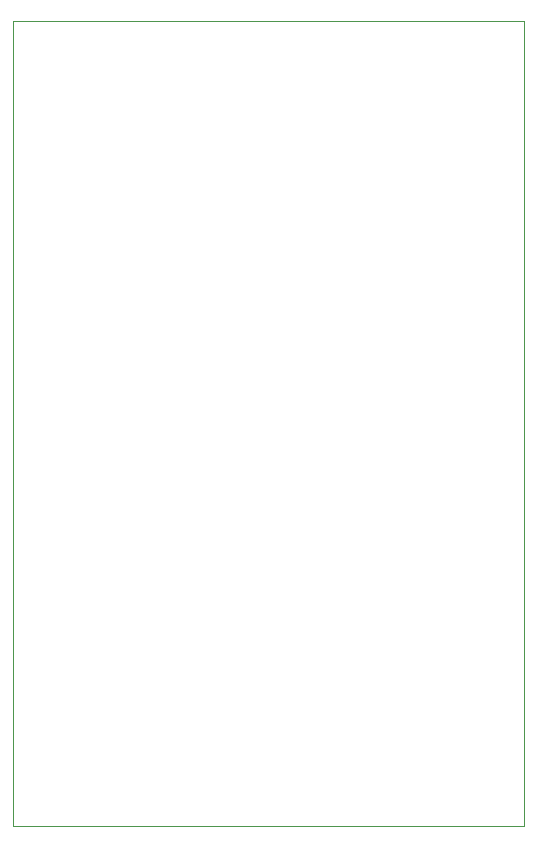
<source format=gbr>
%TF.GenerationSoftware,KiCad,Pcbnew,8.0.2*%
%TF.CreationDate,2024-08-19T20:28:07+02:00*%
%TF.ProjectId,TwinkleTron,5477696e-6b6c-4655-9472-6f6e2e6b6963,rev?*%
%TF.SameCoordinates,Original*%
%TF.FileFunction,Profile,NP*%
%FSLAX46Y46*%
G04 Gerber Fmt 4.6, Leading zero omitted, Abs format (unit mm)*
G04 Created by KiCad (PCBNEW 8.0.2) date 2024-08-19 20:28:07*
%MOMM*%
%LPD*%
G01*
G04 APERTURE LIST*
%TA.AperFunction,Profile*%
%ADD10C,0.100000*%
%TD*%
G04 APERTURE END LIST*
D10*
X135600000Y-41450000D02*
X178800000Y-41450000D01*
X178800000Y-109650000D01*
X135600000Y-109650000D01*
X135600000Y-41450000D01*
M02*

</source>
